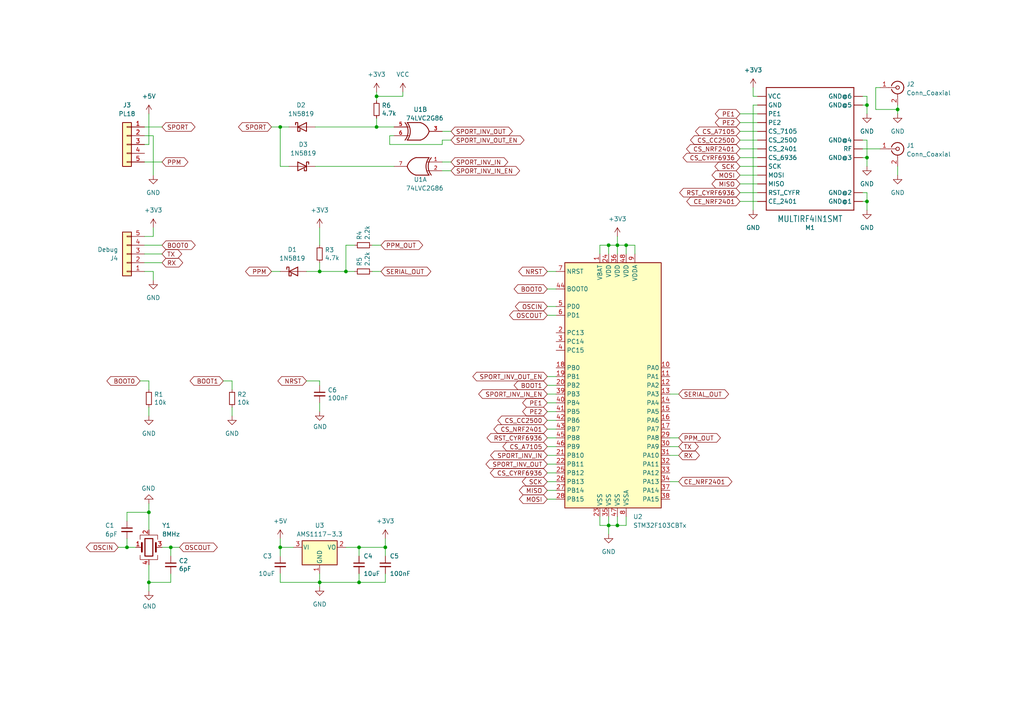
<source format=kicad_sch>
(kicad_sch (version 20211123) (generator eeschema)
  (paper "A4")
  (lib_symbols
    (symbol "74xGxx:74LVC2G86" (pin_names (offset 1.016))
      (property "Reference" "U" (at -2.54 3.81 0))
      (property "Value" "74LVC2G86" (at 0 -3.81 0))
      (symbol "74LVC2G86_0_1"
        (arc (start -4.445 -2.54) (mid -3.554 0) (end -4.445 2.54) (stroke (width 0.254)))
        (arc (start -3.81 -2.54) (mid -2.919 0) (end -3.81 2.54) (stroke (width 0.254)))
        (arc (start 0 -2.54) (mid 1.5993 -1.6027) (end 2.54 0) (stroke (width 0.254)))
        (polyline (pts (xy -3.81 -1.27) (xy -3.175 -1.27)))
        (polyline (pts (xy -3.81 1.27) (xy -3.175 1.27)))
        (polyline (pts (xy 0 -2.54) (xy -3.81 -2.54)) (stroke (width 0.254)) (fill (type background)))
        (polyline (pts (xy 0 2.54) (xy -3.81 2.54)) (stroke (width 0.254)) (fill (type background)))
        (arc (start 2.54 0) (mid 1.6119 1.6152) (end 0 2.54) (stroke (width 0.254)))
        (pin power_in line (at 0 -2.54 270) (length 0) hide (name "GND") (number "4"))
        (pin power_in line (at 0 2.54 90) (length 0) hide (name "VCC") (number "8"))
      )
      (symbol "74LVC2G86_1_1"
        (pin input line (at -7.62 1.27 0) (length 3.81) (name "~") (number "1"))
        (pin input line (at -7.62 -1.27 0) (length 3.81) (name "~") (number "2"))
        (pin output line (at 6.35 0 180) (length 3.81) (name "~") (number "7"))
      )
      (symbol "74LVC2G86_2_1"
        (pin output line (at 6.35 0 180) (length 3.81) (name "~") (number "3"))
        (pin input line (at -7.62 1.27 0) (length 3.81) (name "~") (number "5"))
        (pin input line (at -7.62 -1.27 0) (length 3.81) (name "~") (number "6"))
      )
    )
    (symbol "Connector:Conn_Coaxial" (pin_names (offset 1.016) hide)
      (property "Reference" "J" (at 0.254 3.048 0))
      (property "Value" "Conn_Coaxial" (at 2.921 0 90))
      (symbol "Conn_Coaxial_0_1"
        (arc (start -1.778 -0.508) (mid 0.2311 -1.8066) (end 1.778 0) (stroke (width 0.254)))
        (polyline (pts (xy -2.54 0) (xy -0.508 0)))
        (polyline (pts (xy 0 -2.54) (xy 0 -1.778)))
        (circle (center 0 0) (radius 0.508) (stroke (width 0.2032)))
        (arc (start 1.778 0) (mid 0.2099 1.8101) (end -1.778 0.508) (stroke (width 0.254)))
      )
      (symbol "Conn_Coaxial_1_1"
        (pin passive line (at -5.08 0 0) (length 2.54) (name "In") (number "1"))
        (pin passive line (at 0 -5.08 90) (length 2.54) (name "Ext") (number "2"))
      )
    )
    (symbol "Connector_Generic:Conn_01x05" (pin_names (offset 1.016) hide)
      (property "Reference" "J" (at 0 7.62 0))
      (property "Value" "Conn_01x05" (at 0 -7.62 0))
      (symbol "Conn_01x05_1_1"
        (rectangle (start -1.27 -4.953) (end 0 -5.207) (stroke (width 0.1524)))
        (rectangle (start -1.27 -2.413) (end 0 -2.667) (stroke (width 0.1524)))
        (rectangle (start -1.27 0.127) (end 0 -0.127) (stroke (width 0.1524)))
        (rectangle (start -1.27 2.667) (end 0 2.413) (stroke (width 0.1524)))
        (rectangle (start -1.27 5.207) (end 0 4.953) (stroke (width 0.1524)))
        (rectangle (start -1.27 6.35) (end 1.27 -6.35) (stroke (width 0.254)) (fill (type background)))
        (pin passive line (at -5.08 5.08 0) (length 3.81) (name "Pin_1") (number "1"))
        (pin passive line (at -5.08 2.54 0) (length 3.81) (name "Pin_2") (number "2"))
        (pin passive line (at -5.08 0 0) (length 3.81) (name "Pin_3") (number "3"))
        (pin passive line (at -5.08 -2.54 0) (length 3.81) (name "Pin_4") (number "4"))
        (pin passive line (at -5.08 -5.08 0) (length 3.81) (name "Pin_5") (number "5"))
      )
    )
    (symbol "Device:C_Small" (pin_numbers hide) (pin_names (offset 0.254) hide)
      (property "Reference" "C" (at 0.254 1.778 0))
      (property "Value" "C_Small" (at 0.254 -2.032 0))
      (symbol "C_Small_0_1"
        (polyline (pts (xy -1.524 -0.508) (xy 1.524 -0.508)) (stroke (width 0.3302)))
        (polyline (pts (xy -1.524 0.508) (xy 1.524 0.508)) (stroke (width 0.3048)))
      )
      (symbol "C_Small_1_1"
        (pin passive line (at 0 2.54 270) (length 2.032) (name "~") (number "1"))
        (pin passive line (at 0 -2.54 90) (length 2.032) (name "~") (number "2"))
      )
    )
    (symbol "Device:Crystal_GND24" (pin_names (offset 1.016) hide)
      (property "Reference" "Y" (at 3.175 5.08 0))
      (property "Value" "Crystal_GND24" (at 3.175 3.175 0))
      (symbol "Crystal_GND24_0_1"
        (rectangle (start -1.143 2.54) (end 1.143 -2.54) (stroke (width 0.3048)))
        (polyline (pts (xy -2.54 0) (xy -2.032 0)))
        (polyline (pts (xy -2.032 -1.27) (xy -2.032 1.27)) (stroke (width 0.508)))
        (polyline (pts (xy 0 -3.81) (xy 0 -3.556)))
        (polyline (pts (xy 0 3.556) (xy 0 3.81)))
        (polyline (pts (xy 2.032 -1.27) (xy 2.032 1.27)) (stroke (width 0.508)))
        (polyline (pts (xy 2.032 0) (xy 2.54 0)))
        (polyline (pts (xy -2.54 -2.286) (xy -2.54 -3.556) (xy 2.54 -3.556) (xy 2.54 -2.286)))
        (polyline (pts (xy -2.54 2.286) (xy -2.54 3.556) (xy 2.54 3.556) (xy 2.54 2.286)))
      )
      (symbol "Crystal_GND24_1_1"
        (pin passive line (at -3.81 0 0) (length 1.27) (name "1") (number "1"))
        (pin passive line (at 0 5.08 270) (length 1.27) (name "2") (number "2"))
        (pin passive line (at 3.81 0 180) (length 1.27) (name "3") (number "3"))
        (pin passive line (at 0 -5.08 90) (length 1.27) (name "4") (number "4"))
      )
    )
    (symbol "Device:R_Small" (pin_numbers hide) (pin_names (offset 0.254) hide)
      (property "Reference" "R" (at 0.762 0.508 0))
      (property "Value" "R_Small" (at 0.762 -1.016 0))
      (symbol "R_Small_0_1"
        (rectangle (start -0.762 1.778) (end 0.762 -1.778) (stroke (width 0.2032)))
      )
      (symbol "R_Small_1_1"
        (pin passive line (at 0 2.54 270) (length 0.762) (name "~") (number "1"))
        (pin passive line (at 0 -2.54 90) (length 0.762) (name "~") (number "2"))
      )
    )
    (symbol "Diode:1N5819" (pin_numbers hide) (pin_names (offset 1.016) hide)
      (property "Reference" "D" (at 0 2.54 0))
      (property "Value" "1N5819" (at 0 -2.54 0))
      (symbol "1N5819_0_1"
        (polyline (pts (xy 1.27 0) (xy -1.27 0)))
        (polyline (pts (xy 1.27 1.27) (xy 1.27 -1.27) (xy -1.27 0) (xy 1.27 1.27)) (stroke (width 0.254)))
        (polyline (pts (xy -1.905 0.635) (xy -1.905 1.27) (xy -1.27 1.27) (xy -1.27 -1.27) (xy -0.635 -1.27) (xy -0.635 -0.635)) (stroke (width 0.254)))
      )
      (symbol "1N5819_1_1"
        (pin passive line (at -3.81 0 0) (length 2.54) (name "K") (number "1"))
        (pin passive line (at 3.81 0 180) (length 2.54) (name "A") (number "2"))
      )
    )
    (symbol "MCU_ST_STM32F1:STM32F103CBTx"
      (property "Reference" "U" (at -15.24 36.83 0))
      (property "Value" "STM32F103CBTx" (at 7.62 36.83 0))
      (symbol "STM32F103CBTx_0_1"
        (rectangle (start -15.24 -35.56) (end 12.7 35.56) (stroke (width 0.254)) (fill (type background)))
      )
      (symbol "STM32F103CBTx_1_1"
        (pin power_in line (at -5.08 38.1 270) (length 2.54) (name "VBAT") (number "1"))
        (pin bidirectional line (at 15.24 5.08 180) (length 2.54) (name "PA0") (number "10"))
        (pin bidirectional line (at 15.24 2.54 180) (length 2.54) (name "PA1") (number "11"))
        (pin bidirectional line (at 15.24 0 180) (length 2.54) (name "PA2") (number "12"))
        (pin bidirectional line (at 15.24 -2.54 180) (length 2.54) (name "PA3") (number "13"))
        (pin bidirectional line (at 15.24 -5.08 180) (length 2.54) (name "PA4") (number "14"))
        (pin bidirectional line (at 15.24 -7.62 180) (length 2.54) (name "PA5") (number "15"))
        (pin bidirectional line (at 15.24 -10.16 180) (length 2.54) (name "PA6") (number "16"))
        (pin bidirectional line (at 15.24 -12.7 180) (length 2.54) (name "PA7") (number "17"))
        (pin bidirectional line (at -17.78 5.08 0) (length 2.54) (name "PB0") (number "18"))
        (pin bidirectional line (at -17.78 2.54 0) (length 2.54) (name "PB1") (number "19"))
        (pin bidirectional line (at -17.78 15.24 0) (length 2.54) (name "PC13") (number "2"))
        (pin bidirectional line (at -17.78 0 0) (length 2.54) (name "PB2") (number "20"))
        (pin bidirectional line (at -17.78 -20.32 0) (length 2.54) (name "PB10") (number "21"))
        (pin bidirectional line (at -17.78 -22.86 0) (length 2.54) (name "PB11") (number "22"))
        (pin power_in line (at -5.08 -38.1 90) (length 2.54) (name "VSS") (number "23"))
        (pin power_in line (at -2.54 38.1 270) (length 2.54) (name "VDD") (number "24"))
        (pin bidirectional line (at -17.78 -25.4 0) (length 2.54) (name "PB12") (number "25"))
        (pin bidirectional line (at -17.78 -27.94 0) (length 2.54) (name "PB13") (number "26"))
        (pin bidirectional line (at -17.78 -30.48 0) (length 2.54) (name "PB14") (number "27"))
        (pin bidirectional line (at -17.78 -33.02 0) (length 2.54) (name "PB15") (number "28"))
        (pin bidirectional line (at 15.24 -15.24 180) (length 2.54) (name "PA8") (number "29"))
        (pin bidirectional line (at -17.78 12.7 0) (length 2.54) (name "PC14") (number "3"))
        (pin bidirectional line (at 15.24 -17.78 180) (length 2.54) (name "PA9") (number "30"))
        (pin bidirectional line (at 15.24 -20.32 180) (length 2.54) (name "PA10") (number "31"))
        (pin bidirectional line (at 15.24 -22.86 180) (length 2.54) (name "PA11") (number "32"))
        (pin bidirectional line (at 15.24 -25.4 180) (length 2.54) (name "PA12") (number "33"))
        (pin bidirectional line (at 15.24 -27.94 180) (length 2.54) (name "PA13") (number "34"))
        (pin power_in line (at -2.54 -38.1 90) (length 2.54) (name "VSS") (number "35"))
        (pin power_in line (at 0 38.1 270) (length 2.54) (name "VDD") (number "36"))
        (pin bidirectional line (at 15.24 -30.48 180) (length 2.54) (name "PA14") (number "37"))
        (pin bidirectional line (at 15.24 -33.02 180) (length 2.54) (name "PA15") (number "38"))
        (pin bidirectional line (at -17.78 -2.54 0) (length 2.54) (name "PB3") (number "39"))
        (pin bidirectional line (at -17.78 10.16 0) (length 2.54) (name "PC15") (number "4"))
        (pin bidirectional line (at -17.78 -5.08 0) (length 2.54) (name "PB4") (number "40"))
        (pin bidirectional line (at -17.78 -7.62 0) (length 2.54) (name "PB5") (number "41"))
        (pin bidirectional line (at -17.78 -10.16 0) (length 2.54) (name "PB6") (number "42"))
        (pin bidirectional line (at -17.78 -12.7 0) (length 2.54) (name "PB7") (number "43"))
        (pin input line (at -17.78 27.94 0) (length 2.54) (name "BOOT0") (number "44"))
        (pin bidirectional line (at -17.78 -15.24 0) (length 2.54) (name "PB8") (number "45"))
        (pin bidirectional line (at -17.78 -17.78 0) (length 2.54) (name "PB9") (number "46"))
        (pin power_in line (at 0 -38.1 90) (length 2.54) (name "VSS") (number "47"))
        (pin power_in line (at 2.54 38.1 270) (length 2.54) (name "VDD") (number "48"))
        (pin input line (at -17.78 22.86 0) (length 2.54) (name "PD0") (number "5"))
        (pin input line (at -17.78 20.32 0) (length 2.54) (name "PD1") (number "6"))
        (pin input line (at -17.78 33.02 0) (length 2.54) (name "NRST") (number "7"))
        (pin power_in line (at 2.54 -38.1 90) (length 2.54) (name "VSSA") (number "8"))
        (pin power_in line (at 5.08 38.1 270) (length 2.54) (name "VDDA") (number "9"))
      )
    )
    (symbol "Multi:MULTIRF4IN1SMT"
      (property "Reference" "M" (at -12.7 21.59 0))
      (property "Value" "MULTIRF4IN1SMT" (at -12.7 -16.51 0))
      (symbol "MULTIRF4IN1SMT_1_0"
        (polyline (pts (xy -12.7 -15.24) (xy 12.7 -15.24)) (stroke (width 0.254)))
        (polyline (pts (xy -12.7 20.32) (xy -12.7 -15.24)) (stroke (width 0.254)))
        (polyline (pts (xy 12.7 -15.24) (xy 12.7 20.32)) (stroke (width 0.254)))
        (polyline (pts (xy 12.7 20.32) (xy -12.7 20.32)) (stroke (width 0.254)))
        (pin bidirectional line (at 15.24 17.78 180) (length 2.54) (name "CE_2401") (number "CE_2401"))
        (pin bidirectional line (at 15.24 2.54 180) (length 2.54) (name "CS_2401") (number "CS_2401"))
        (pin bidirectional line (at 15.24 0 180) (length 2.54) (name "CS_2500") (number "CS_2500"))
        (pin bidirectional line (at 15.24 5.08 180) (length 2.54) (name "CS_6936") (number "CS_6936"))
        (pin bidirectional line (at 15.24 -2.54 180) (length 2.54) (name "CS_7105") (number "CS_7105"))
        (pin power_in line (at 15.24 -10.16 180) (length 2.54) (name "GND") (number "GND"))
        (pin power_in line (at -15.24 17.78 0) (length 2.54) (name "GND@1") (number "GND@1"))
        (pin power_in line (at -15.24 15.24 0) (length 2.54) (name "GND@2") (number "GND@2"))
        (pin power_in line (at -15.24 5.08 0) (length 2.54) (name "GND@3") (number "GND@3"))
        (pin power_in line (at -15.24 0 0) (length 2.54) (name "GND@4") (number "GND@4"))
        (pin power_in line (at -15.24 -10.16 0) (length 2.54) (name "GND@5") (number "GND@5"))
        (pin power_in line (at -15.24 -12.7 0) (length 2.54) (name "GND@6") (number "GND@6"))
        (pin bidirectional line (at 15.24 12.7 180) (length 2.54) (name "MISO") (number "MISO"))
        (pin bidirectional line (at 15.24 10.16 180) (length 2.54) (name "MOSI") (number "MOSI"))
        (pin bidirectional line (at 15.24 -7.62 180) (length 2.54) (name "PE1") (number "PE1"))
        (pin bidirectional line (at 15.24 -5.08 180) (length 2.54) (name "PE2") (number "PE2"))
        (pin output line (at -15.24 2.54 0) (length 2.54) (name "RF") (number "RF"))
        (pin bidirectional line (at 15.24 15.24 180) (length 2.54) (name "RST_CYFR") (number "RST_CYFR"))
        (pin bidirectional line (at 15.24 7.62 180) (length 2.54) (name "SCK") (number "SCK"))
        (pin power_in line (at 15.24 -12.7 180) (length 2.54) (name "VCC") (number "VCC"))
      )
    )
    (symbol "Regulator_Linear:AMS1117-3.3" (pin_names (offset 0.254))
      (property "Reference" "U" (at -3.81 3.175 0))
      (property "Value" "AMS1117-3.3" (at 0 3.175 0))
      (symbol "AMS1117-3.3_0_1"
        (rectangle (start -5.08 -5.08) (end 5.08 1.905) (stroke (width 0.254)) (fill (type background)))
      )
      (symbol "AMS1117-3.3_1_1"
        (pin power_in line (at 0 -7.62 90) (length 2.54) (name "GND") (number "1"))
        (pin power_out line (at 7.62 0 180) (length 2.54) (name "VO") (number "2"))
        (pin power_in line (at -7.62 0 0) (length 2.54) (name "VI") (number "3"))
      )
    )
    (symbol "power:+3V3" (power) (pin_names (offset 0))
      (property "Value" "+3V3" (at 0 3.556 0))
      (symbol "+3V3_0_1"
        (polyline (pts (xy -0.762 1.27) (xy 0 2.54)))
        (polyline (pts (xy 0 0) (xy 0 2.54)))
        (polyline (pts (xy 0 2.54) (xy 0.762 1.27)))
      )
      (symbol "+3V3_1_1"
        (pin power_in line (at 0 0 90) (length 0) hide (name "+3V3") (number "1"))
      )
    )
    (symbol "power:+5V" (power) (pin_names (offset 0))
      (property "Value" "+5V" (at 0 3.556 0))
      (symbol "+5V_0_1"
        (polyline (pts (xy -0.762 1.27) (xy 0 2.54)))
        (polyline (pts (xy 0 0) (xy 0 2.54)))
        (polyline (pts (xy 0 2.54) (xy 0.762 1.27)))
      )
      (symbol "+5V_1_1"
        (pin power_in line (at 0 0 90) (length 0) hide (name "+5V") (number "1"))
      )
    )
    (symbol "power:GND" (power) (pin_names (offset 0))
      (property "Value" "GND" (at 0 -3.81 0))
      (symbol "GND_0_1"
        (polyline (pts (xy 0 0) (xy 0 -1.27) (xy 1.27 -1.27) (xy 0 -2.54) (xy -1.27 -1.27) (xy 0 -1.27)))
      )
      (symbol "GND_1_1"
        (pin power_in line (at 0 0 270) (length 0) hide (name "GND") (number "1"))
      )
    )
    (symbol "power:VCC" (power) (pin_names (offset 0))
      (property "Value" "VCC" (at 0 3.81 0))
      (symbol "VCC_0_1"
        (polyline (pts (xy -0.762 1.27) (xy 0 2.54)))
        (polyline (pts (xy 0 0) (xy 0 2.54)))
        (polyline (pts (xy 0 2.54) (xy 0.762 1.27)))
      )
      (symbol "VCC_1_1"
        (pin power_in line (at 0 0 90) (length 0) hide (name "VCC") (number "1"))
      )
    )
  )
  (junction (at 176.53 71.12))
  (junction (at 181.61 71.12))
  (junction (at 36.83 158.75))
  (junction (at 81.28 36.83))
  (junction (at 92.71 168.91))
  (junction (at 179.07 152.4))
  (junction (at 100.33 78.74))
  (junction (at 251.46 58.42))
  (junction (at 260.35 31.75))
  (junction (at 43.18 148.59))
  (junction (at 176.53 152.4))
  (junction (at 49.53 158.75))
  (junction (at 92.71 78.74))
  (junction (at 104.14 168.91))
  (junction (at 111.76 158.75))
  (junction (at 104.14 158.75))
  (junction (at 251.46 30.48))
  (junction (at 179.07 71.12))
  (junction (at 81.28 158.75))
  (junction (at 109.22 27.94))
  (junction (at 43.18 168.91))
  (junction (at 251.46 45.72))
  (junction (at 109.22 36.83))
  (wire (pts (xy 41.91 36.83) (xy 46.99 36.83)))
  (wire (pts (xy 113.03 39.37) (xy 113.03 41.91)))
  (wire (pts (xy 250.19 27.94) (xy 251.46 27.94)))
  (wire (pts (xy 78.74 36.83) (xy 81.28 36.83)))
  (wire (pts (xy 104.14 158.75) (xy 111.76 158.75)))
  (wire (pts (xy 40.64 110.49) (xy 43.18 110.49)))
  (wire (pts (xy 44.45 66.04) (xy 44.45 68.58)))
  (wire (pts (xy 116.84 26.67) (xy 116.84 27.94)))
  (wire (pts (xy 128.27 38.1) (xy 130.81 38.1)))
  (wire (pts (xy 36.83 151.13) (xy 36.83 148.59)))
  (wire (pts (xy 181.61 71.12) (xy 181.61 73.66)))
  (wire (pts (xy 92.71 168.91) (xy 104.14 168.91)))
  (wire (pts (xy 85.09 158.75) (xy 81.28 158.75)))
  (wire (pts (xy 81.28 168.91) (xy 92.71 168.91)))
  (wire (pts (xy 158.75 132.08) (xy 161.29 132.08)))
  (wire (pts (xy 43.18 146.05) (xy 43.18 148.59)))
  (wire (pts (xy 81.28 166.37) (xy 81.28 168.91)))
  (wire (pts (xy 92.71 166.37) (xy 92.71 168.91)))
  (wire (pts (xy 49.53 168.91) (xy 43.18 168.91)))
  (wire (pts (xy 36.83 156.21) (xy 36.83 158.75)))
  (wire (pts (xy 181.61 152.4) (xy 179.07 152.4)))
  (wire (pts (xy 158.75 144.78) (xy 161.29 144.78)))
  (wire (pts (xy 158.75 137.16) (xy 161.29 137.16)))
  (wire (pts (xy 81.28 36.83) (xy 81.28 48.26)))
  (wire (pts (xy 36.83 158.75) (xy 39.37 158.75)))
  (wire (pts (xy 251.46 55.88) (xy 251.46 58.42)))
  (wire (pts (xy 49.53 161.29) (xy 49.53 158.75)))
  (wire (pts (xy 219.71 27.94) (xy 218.44 27.94)))
  (wire (pts (xy 218.44 30.48) (xy 219.71 30.48)))
  (wire (pts (xy 107.95 78.74) (xy 110.49 78.74)))
  (wire (pts (xy 41.91 39.37) (xy 44.45 39.37)))
  (wire (pts (xy 128.27 41.91) (xy 128.27 40.64)))
  (wire (pts (xy 158.75 121.92) (xy 161.29 121.92)))
  (wire (pts (xy 92.71 168.91) (xy 92.71 170.18)))
  (wire (pts (xy 104.14 166.37) (xy 104.14 168.91)))
  (wire (pts (xy 250.19 40.64) (xy 251.46 40.64)))
  (wire (pts (xy 158.75 127) (xy 161.29 127)))
  (wire (pts (xy 43.18 148.59) (xy 43.18 153.67)))
  (wire (pts (xy 34.29 158.75) (xy 36.83 158.75)))
  (wire (pts (xy 218.44 27.94) (xy 218.44 25.4)))
  (wire (pts (xy 64.77 110.49) (xy 67.31 110.49)))
  (wire (pts (xy 78.74 78.74) (xy 81.28 78.74)))
  (wire (pts (xy 104.14 168.91) (xy 111.76 168.91)))
  (wire (pts (xy 176.53 149.86) (xy 176.53 152.4)))
  (wire (pts (xy 260.35 48.26) (xy 260.35 50.8)))
  (wire (pts (xy 214.63 43.18) (xy 219.71 43.18)))
  (wire (pts (xy 41.91 71.12) (xy 46.99 71.12)))
  (wire (pts (xy 179.07 71.12) (xy 181.61 71.12)))
  (wire (pts (xy 158.75 129.54) (xy 161.29 129.54)))
  (wire (pts (xy 49.53 166.37) (xy 49.53 168.91)))
  (wire (pts (xy 251.46 40.64) (xy 251.46 45.72)))
  (wire (pts (xy 109.22 36.83) (xy 109.22 34.29)))
  (wire (pts (xy 254 25.4) (xy 254 31.75)))
  (wire (pts (xy 194.31 129.54) (xy 196.85 129.54)))
  (wire (pts (xy 43.18 118.11) (xy 43.18 120.65)))
  (wire (pts (xy 111.76 156.21) (xy 111.76 158.75)))
  (wire (pts (xy 173.99 73.66) (xy 173.99 71.12)))
  (wire (pts (xy 250.19 55.88) (xy 251.46 55.88)))
  (wire (pts (xy 214.63 50.8) (xy 219.71 50.8)))
  (wire (pts (xy 67.31 118.11) (xy 67.31 120.65)))
  (wire (pts (xy 251.46 27.94) (xy 251.46 30.48)))
  (wire (pts (xy 214.63 38.1) (xy 219.71 38.1)))
  (wire (pts (xy 194.31 114.3) (xy 196.85 114.3)))
  (wire (pts (xy 181.61 71.12) (xy 184.15 71.12)))
  (wire (pts (xy 43.18 41.91) (xy 43.18 33.02)))
  (wire (pts (xy 158.75 88.9) (xy 161.29 88.9)))
  (wire (pts (xy 128.27 46.99) (xy 130.81 46.99)))
  (wire (pts (xy 81.28 156.21) (xy 81.28 158.75)))
  (wire (pts (xy 181.61 149.86) (xy 181.61 152.4)))
  (wire (pts (xy 158.75 78.74) (xy 161.29 78.74)))
  (wire (pts (xy 214.63 40.64) (xy 219.71 40.64)))
  (wire (pts (xy 250.19 30.48) (xy 251.46 30.48)))
  (wire (pts (xy 113.03 41.91) (xy 128.27 41.91)))
  (wire (pts (xy 260.35 31.75) (xy 260.35 30.48)))
  (wire (pts (xy 179.07 152.4) (xy 176.53 152.4)))
  (wire (pts (xy 41.91 73.66) (xy 46.99 73.66)))
  (wire (pts (xy 218.44 60.96) (xy 218.44 30.48)))
  (wire (pts (xy 179.07 68.58) (xy 179.07 71.12)))
  (wire (pts (xy 67.31 110.49) (xy 67.31 113.03)))
  (wire (pts (xy 214.63 33.02) (xy 219.71 33.02)))
  (wire (pts (xy 92.71 66.04) (xy 92.71 71.12)))
  (wire (pts (xy 179.07 71.12) (xy 179.07 73.66)))
  (wire (pts (xy 91.44 48.26) (xy 114.3 48.26)))
  (wire (pts (xy 114.3 39.37) (xy 113.03 39.37)))
  (wire (pts (xy 116.84 27.94) (xy 109.22 27.94)))
  (wire (pts (xy 92.71 116.84) (xy 92.71 119.38)))
  (wire (pts (xy 250.19 43.18) (xy 255.27 43.18)))
  (wire (pts (xy 214.63 55.88) (xy 219.71 55.88)))
  (wire (pts (xy 88.9 78.74) (xy 92.71 78.74)))
  (wire (pts (xy 36.83 148.59) (xy 43.18 148.59)))
  (wire (pts (xy 49.53 158.75) (xy 52.07 158.75)))
  (wire (pts (xy 158.75 109.22) (xy 161.29 109.22)))
  (wire (pts (xy 214.63 53.34) (xy 219.71 53.34)))
  (wire (pts (xy 158.75 83.82) (xy 161.29 83.82)))
  (wire (pts (xy 158.75 91.44) (xy 161.29 91.44)))
  (wire (pts (xy 104.14 158.75) (xy 104.14 161.29)))
  (wire (pts (xy 91.44 36.83) (xy 109.22 36.83)))
  (wire (pts (xy 100.33 71.12) (xy 100.33 78.74)))
  (wire (pts (xy 83.82 36.83) (xy 81.28 36.83)))
  (wire (pts (xy 173.99 152.4) (xy 173.99 149.86)))
  (wire (pts (xy 44.45 78.74) (xy 44.45 81.28)))
  (wire (pts (xy 43.18 168.91) (xy 43.18 171.45)))
  (wire (pts (xy 250.19 45.72) (xy 251.46 45.72)))
  (wire (pts (xy 41.91 78.74) (xy 44.45 78.74)))
  (wire (pts (xy 107.95 71.12) (xy 110.49 71.12)))
  (wire (pts (xy 158.75 139.7) (xy 161.29 139.7)))
  (wire (pts (xy 251.46 45.72) (xy 251.46 48.26)))
  (wire (pts (xy 158.75 111.76) (xy 161.29 111.76)))
  (wire (pts (xy 46.99 158.75) (xy 49.53 158.75)))
  (wire (pts (xy 254 31.75) (xy 260.35 31.75)))
  (wire (pts (xy 158.75 134.62) (xy 161.29 134.62)))
  (wire (pts (xy 88.9 110.49) (xy 92.71 110.49)))
  (wire (pts (xy 44.45 39.37) (xy 44.45 50.8)))
  (wire (pts (xy 109.22 26.67) (xy 109.22 27.94)))
  (wire (pts (xy 214.63 35.56) (xy 219.71 35.56)))
  (wire (pts (xy 92.71 78.74) (xy 92.71 76.2)))
  (wire (pts (xy 83.82 48.26) (xy 81.28 48.26)))
  (wire (pts (xy 92.71 110.49) (xy 92.71 111.76)))
  (wire (pts (xy 43.18 110.49) (xy 43.18 113.03)))
  (wire (pts (xy 109.22 36.83) (xy 114.3 36.83)))
  (wire (pts (xy 100.33 158.75) (xy 104.14 158.75)))
  (wire (pts (xy 214.63 58.42) (xy 219.71 58.42)))
  (wire (pts (xy 251.46 58.42) (xy 251.46 60.96)))
  (wire (pts (xy 81.28 158.75) (xy 81.28 161.29)))
  (wire (pts (xy 158.75 142.24) (xy 161.29 142.24)))
  (wire (pts (xy 158.75 114.3) (xy 161.29 114.3)))
  (wire (pts (xy 102.87 78.74) (xy 100.33 78.74)))
  (wire (pts (xy 176.53 152.4) (xy 173.99 152.4)))
  (wire (pts (xy 184.15 71.12) (xy 184.15 73.66)))
  (wire (pts (xy 41.91 41.91) (xy 43.18 41.91)))
  (wire (pts (xy 179.07 149.86) (xy 179.07 152.4)))
  (wire (pts (xy 100.33 71.12) (xy 102.87 71.12)))
  (wire (pts (xy 128.27 49.53) (xy 130.81 49.53)))
  (wire (pts (xy 158.75 124.46) (xy 161.29 124.46)))
  (wire (pts (xy 251.46 30.48) (xy 251.46 33.02)))
  (wire (pts (xy 173.99 71.12) (xy 176.53 71.12)))
  (wire (pts (xy 92.71 78.74) (xy 100.33 78.74)))
  (wire (pts (xy 250.19 58.42) (xy 251.46 58.42)))
  (wire (pts (xy 41.91 46.99) (xy 46.99 46.99)))
  (wire (pts (xy 194.31 139.7) (xy 196.85 139.7)))
  (wire (pts (xy 111.76 158.75) (xy 111.76 161.29)))
  (wire (pts (xy 214.63 45.72) (xy 219.71 45.72)))
  (wire (pts (xy 176.53 152.4) (xy 176.53 154.94)))
  (wire (pts (xy 43.18 168.91) (xy 43.18 163.83)))
  (wire (pts (xy 176.53 71.12) (xy 179.07 71.12)))
  (wire (pts (xy 158.75 116.84) (xy 161.29 116.84)))
  (wire (pts (xy 255.27 25.4) (xy 254 25.4)))
  (wire (pts (xy 111.76 168.91) (xy 111.76 166.37)))
  (wire (pts (xy 41.91 76.2) (xy 46.99 76.2)))
  (wire (pts (xy 214.63 48.26) (xy 219.71 48.26)))
  (wire (pts (xy 176.53 71.12) (xy 176.53 73.66)))
  (wire (pts (xy 158.75 119.38) (xy 161.29 119.38)))
  (wire (pts (xy 194.31 127) (xy 196.85 127)))
  (wire (pts (xy 260.35 31.75) (xy 260.35 33.02)))
  (wire (pts (xy 109.22 27.94) (xy 109.22 29.21)))
  (wire (pts (xy 41.91 68.58) (xy 44.45 68.58)))
  (wire (pts (xy 128.27 40.64) (xy 130.81 40.64)))
  (wire (pts (xy 194.31 132.08) (xy 196.85 132.08)))
  (global_label "CE_NRF2401" (shape bidirectional) (at 214.63 58.42 180) (property "Intersheet References" "${INTERSHEET_REFS}" (effects hide)))
  (global_label "CS_CYRF6936" (shape bidirectional) (at 158.75 137.16 180) (property "Intersheet References" "${INTERSHEET_REFS}" (effects hide)))
  (global_label "SCK" (shape bidirectional) (at 158.75 139.7 180) (property "Intersheet References" "${INTERSHEET_REFS}" (effects hide)))
  (global_label "OSCIN" (shape bidirectional) (at 34.29 158.75 180) (property "Intersheet References" "${INTERSHEET_REFS}" (effects hide)))
  (global_label "SPORT_INV_OUT_EN" (shape bidirectional) (at 130.81 40.64 0) (effects (font (size 1.2446 1.2446))) (property "Intersheet References" "${INTERSHEET_REFS}" (effects hide)))
  (global_label "SPORT_INV_IN" (shape bidirectional) (at 130.81 46.99 0) (property "Intersheet References" "${INTERSHEET_REFS}" (effects hide)))
  (global_label "RX" (shape bidirectional) (at 46.99 76.2 0) (property "Intersheet References" "${INTERSHEET_REFS}" (effects hide)))
  (global_label "SPORT" (shape bidirectional) (at 78.74 36.83 180) (property "Intersheet References" "${INTERSHEET_REFS}" (effects hide)))
  (global_label "OSCIN" (shape bidirectional) (at 158.75 88.9 180) (property "Intersheet References" "${INTERSHEET_REFS}" (effects hide)))
  (global_label "SPORT_INV_OUT_EN" (shape bidirectional) (at 158.75 109.22 180) (property "Intersheet References" "${INTERSHEET_REFS}" (effects hide)))
  (global_label "SPORT_INV_IN_EN" (shape bidirectional) (at 158.75 114.3 180) (property "Intersheet References" "${INTERSHEET_REFS}" (effects hide)))
  (global_label "SERIAL_OUT" (shape bidirectional) (at 196.85 114.3 0) (property "Intersheet References" "${INTERSHEET_REFS}" (effects hide)))
  (global_label "SPORT_INV_OUT" (shape bidirectional) (at 158.75 134.62 180) (effects (font (size 1.2446 1.2446))) (property "Intersheet References" "${INTERSHEET_REFS}" (effects hide)))
  (global_label "CS_CYRF6936" (shape bidirectional) (at 214.63 45.72 180) (property "Intersheet References" "${INTERSHEET_REFS}" (effects hide)))
  (global_label "MOSI" (shape bidirectional) (at 214.63 50.8 180) (property "Intersheet References" "${INTERSHEET_REFS}" (effects hide)))
  (global_label "BOOT1" (shape bidirectional) (at 158.75 111.76 180) (property "Intersheet References" "${INTERSHEET_REFS}" (effects hide)))
  (global_label "RX" (shape bidirectional) (at 196.85 132.08 0) (property "Intersheet References" "${INTERSHEET_REFS}" (effects hide)))
  (global_label "MISO" (shape bidirectional) (at 158.75 142.24 180) (property "Intersheet References" "${INTERSHEET_REFS}" (effects hide)))
  (global_label "OSCOUT" (shape bidirectional) (at 52.07 158.75 0) (property "Intersheet References" "${INTERSHEET_REFS}" (effects hide)))
  (global_label "PPM_OUT" (shape bidirectional) (at 110.49 71.12 0) (property "Intersheet References" "${INTERSHEET_REFS}" (effects hide)))
  (global_label "PE2" (shape bidirectional) (at 214.63 35.56 180) (property "Intersheet References" "${INTERSHEET_REFS}" (effects hide)))
  (global_label "SPORT_INV_OUT" (shape bidirectional) (at 130.81 38.1 0) (effects (font (size 1.2446 1.2446))) (property "Intersheet References" "${INTERSHEET_REFS}" (effects hide)))
  (global_label "BOOT0" (shape bidirectional) (at 40.64 110.49 180) (property "Intersheet References" "${INTERSHEET_REFS}" (effects hide)))
  (global_label "MISO" (shape bidirectional) (at 214.63 53.34 180) (property "Intersheet References" "${INTERSHEET_REFS}" (effects hide)))
  (global_label "NRST" (shape bidirectional) (at 158.75 78.74 180) (property "Intersheet References" "${INTERSHEET_REFS}" (effects hide)))
  (global_label "CE_NRF2401" (shape bidirectional) (at 196.85 139.7 0) (property "Intersheet References" "${INTERSHEET_REFS}" (effects hide)))
  (global_label "SPORT" (shape bidirectional) (at 46.99 36.83 0) (property "Intersheet References" "${INTERSHEET_REFS}" (effects hide)))
  (global_label "BOOT0" (shape bidirectional) (at 46.99 71.12 0) (property "Intersheet References" "${INTERSHEET_REFS}" (effects hide)))
  (global_label "OSCOUT" (shape bidirectional) (at 158.75 91.44 180) (property "Intersheet References" "${INTERSHEET_REFS}" (effects hide)))
  (global_label "CS_NRF2401" (shape bidirectional) (at 214.63 43.18 180) (property "Intersheet References" "${INTERSHEET_REFS}" (effects hide)))
  (global_label "SPORT_INV_IN_EN" (shape bidirectional) (at 130.81 49.53 0) (property "Intersheet References" "${INTERSHEET_REFS}" (effects hide)))
  (global_label "BOOT0" (shape bidirectional) (at 158.75 83.82 180) (property "Intersheet References" "${INTERSHEET_REFS}" (effects hide)))
  (global_label "CS_CC2500" (shape bidirectional) (at 158.75 121.92 180) (property "Intersheet References" "${INTERSHEET_REFS}" (effects hide)))
  (global_label "PPM_OUT" (shape bidirectional) (at 196.85 127 0) (property "Intersheet References" "${INTERSHEET_REFS}" (effects hide)))
  (global_label "TX" (shape bidirectional) (at 46.99 73.66 0) (property "Intersheet References" "${INTERSHEET_REFS}" (effects hide)))
  (global_label "SPORT_INV_IN" (shape bidirectional) (at 158.75 132.08 180) (property "Intersheet References" "${INTERSHEET_REFS}" (effects hide)))
  (global_label "PPM" (shape bidirectional) (at 78.74 78.74 180) (property "Intersheet References" "${INTERSHEET_REFS}" (effects hide)))
  (global_label "PE1" (shape bidirectional) (at 214.63 33.02 180) (property "Intersheet References" "${INTERSHEET_REFS}" (effects hide)))
  (global_label "SCK" (shape bidirectional) (at 214.63 48.26 180) (property "Intersheet References" "${INTERSHEET_REFS}" (effects hide)))
  (global_label "CS_A7105" (shape bidirectional) (at 214.63 38.1 180) (property "Intersheet References" "${INTERSHEET_REFS}" (effects hide)))
  (global_label "NRST" (shape bidirectional) (at 88.9 110.49 180) (property "Intersheet References" "${INTERSHEET_REFS}" (effects hide)))
  (global_label "RST_CYRF6936" (shape bidirectional) (at 158.75 127 180) (property "Intersheet References" "${INTERSHEET_REFS}" (effects hide)))
  (global_label "MOSI" (shape bidirectional) (at 158.75 144.78 180) (property "Intersheet References" "${INTERSHEET_REFS}" (effects hide)))
  (global_label "PE1" (shape bidirectional) (at 158.75 116.84 180) (property "Intersheet References" "${INTERSHEET_REFS}" (effects hide)))
  (global_label "CS_A7105" (shape bidirectional) (at 158.75 129.54 180) (property "Intersheet References" "${INTERSHEET_REFS}" (effects hide)))
  (global_label "BOOT1" (shape bidirectional) (at 64.77 110.49 180) (property "Intersheet References" "${INTERSHEET_REFS}" (effects hide)))
  (global_label "CS_CC2500" (shape bidirectional) (at 214.63 40.64 180) (property "Intersheet References" "${INTERSHEET_REFS}" (effects hide)))
  (global_label "RST_CYRF6936" (shape bidirectional) (at 214.63 55.88 180) (property "Intersheet References" "${INTERSHEET_REFS}" (effects hide)))
  (global_label "PPM" (shape bidirectional) (at 46.99 46.99 0) (property "Intersheet References" "${INTERSHEET_REFS}" (effects hide)))
  (global_label "PE2" (shape bidirectional) (at 158.75 119.38 180) (property "Intersheet References" "${INTERSHEET_REFS}" (effects hide)))
  (global_label "SERIAL_OUT" (shape bidirectional) (at 110.49 78.74 0) (property "Intersheet References" "${INTERSHEET_REFS}" (effects hide)))
  (global_label "CS_NRF2401" (shape bidirectional) (at 158.75 124.46 180) (property "Intersheet References" "${INTERSHEET_REFS}" (effects hide)))
  (global_label "TX" (shape bidirectional) (at 196.85 129.54 0) (property "Intersheet References" "${INTERSHEET_REFS}" (effects hide)))
  (symbol (lib_id "Connector:Conn_Coaxial") (at 260.35 25.4 0) (unit 1)
    (property "Reference" "J2" (at 262.89 24.4231 0) (effects (justify left)))
    (property "Value" "Conn_Coaxial" (at 262.89 26.9631 0) (effects (justify left)))
    (property "Footprint" "Connector_Coaxial:MMCX_Molex_73415-1471_Vertical" (effects hide))
    (property "Datasheet" " ~" (effects hide))
  )
  (symbol (lib_id "power:GND") (at 43.18 171.45 0) (unit 1)
    (property "Reference" "#PWR0103" (effects hide))
    (property "Value" "GND" (at 43.307 175.8442 0))
  )
  (symbol (lib_id "Diode:1N5819") (at 87.63 48.26 0) (mirror y) (unit 1)
    (property "Reference" "D3" (at 87.9475 41.91 0))
    (property "Value" "1N5819" (at 87.9475 44.45 0))
    (property "Footprint" "Diode_SMD:D_SOD-123" (effects hide))
    (property "Datasheet" "http://www.vishay.com/docs/88525/1n5817.pdf" (effects hide))
  )
  (symbol (lib_id "power:+5V") (at 43.18 33.02 0) (unit 1)
    (property "Reference" "#PWR0101" (effects hide))
    (property "Value" "+5V" (at 43.18 27.94 0))
  )
  (symbol (lib_id "Multi:MULTIRF4IN1SMT") (at 234.95 40.64 180) (unit 1)
    (property "Reference" "M1" (at 234.95 66.04 0))
    (property "Value" "MULTIRF4IN1SMT" (at 234.95 63.5 0) (effects (font (size 1.778 1.5113))))
    (property "Footprint" "Multi:MULTIRF4IN1-SMT" (effects hide))
  )
  (symbol (lib_id "MCU_ST_STM32F1:STM32F103CBTx") (at 179.07 111.76 0) (unit 1)
    (property "Reference" "U2" (at 183.6294 149.86 0) (effects (justify left)))
    (property "Value" "STM32F103CBTx" (at 183.6294 152.4 0) (effects (justify left)))
    (property "Footprint" "Package_QFP:LQFP-48_7x7mm_P0.5mm" (effects hide))
    (property "Datasheet" "http://www.st.com/st-web-ui/static/active/en/resource/technical/document/datasheet/CD00161566.pdf" (effects hide))
  )
  (symbol (lib_id "power:+5V") (at 81.28 156.21 0) (unit 1)
    (property "Reference" "#PWR0107" (effects hide))
    (property "Value" "+5V" (at 81.28 151.13 0))
  )
  (symbol (lib_id "Device:R_Small") (at 105.41 71.12 90) (unit 1)
    (property "Reference" "R4" (at 104.2416 69.6214 0) (effects (justify left)))
    (property "Value" "2.2k" (at 106.553 69.6214 0) (effects (justify left)))
    (property "Footprint" "Resistor_SMD:R_0603_1608Metric_Pad0.98x0.95mm_HandSolder" (effects hide))
  )
  (symbol (lib_id "power:GND") (at 43.18 146.05 180) (unit 1)
    (property "Reference" "#PWR0104" (effects hide))
    (property "Value" "GND" (at 43.053 141.6558 0))
  )
  (symbol (lib_id "Device:R_Small") (at 43.18 115.57 0) (unit 1)
    (property "Reference" "R1" (at 44.6786 114.4016 0) (effects (justify left)))
    (property "Value" "10k" (at 44.6786 116.713 0) (effects (justify left)))
    (property "Footprint" "Resistor_SMD:R_0603_1608Metric_Pad0.98x0.95mm_HandSolder" (effects hide))
  )
  (symbol (lib_id "power:GND") (at 67.31 120.65 0) (unit 1)
    (property "Reference" "#PWR0110" (effects hide))
    (property "Value" "GND" (at 67.31 125.73 0))
  )
  (symbol (lib_id "Diode:1N5819") (at 85.09 78.74 0) (unit 1)
    (property "Reference" "D1" (at 84.7725 72.39 0))
    (property "Value" "1N5819" (at 84.7725 74.93 0))
    (property "Footprint" "Diode_SMD:D_SOD-123" (effects hide))
    (property "Datasheet" "http://www.vishay.com/docs/88525/1n5817.pdf" (effects hide))
  )
  (symbol (lib_id "power:GND") (at 260.35 33.02 0) (unit 1)
    (property "Reference" "#PWR0113" (effects hide))
    (property "Value" "GND" (at 260.35 38.1 0))
  )
  (symbol (lib_id "Connector_Generic:Conn_01x05") (at 36.83 73.66 180) (unit 1)
    (property "Reference" "J4" (at 34.29 74.9301 0) (effects (justify left)))
    (property "Value" "Debug" (at 34.29 72.3901 0) (effects (justify left)))
    (property "Footprint" "Connector_JST:JST_GH_BM05B-GHS-TBT_1x05-1MP_P1.25mm_Vertical" (effects hide))
  )
  (symbol (lib_id "Regulator_Linear:AMS1117-3.3") (at 92.71 158.75 0) (unit 1)
    (property "Reference" "U3" (at 92.71 152.4 0))
    (property "Value" "AMS1117-3.3" (at 92.71 154.94 0))
    (property "Footprint" "Package_TO_SOT_SMD:SOT-223-3_TabPin2" (effects hide))
    (property "Datasheet" "http://www.advanced-monolithic.com/pdf/ds1117.pdf" (effects hide))
  )
  (symbol (lib_id "power:+3V3") (at 111.76 156.21 0) (unit 1)
    (property "Reference" "#PWR0105" (effects hide))
    (property "Value" "+3V3" (at 111.76 151.13 0))
  )
  (symbol (lib_id "Device:R_Small") (at 105.41 78.74 90) (unit 1)
    (property "Reference" "R5" (at 104.2416 77.2414 0) (effects (justify left)))
    (property "Value" "2.2k" (at 106.553 77.2414 0) (effects (justify left)))
    (property "Footprint" "Resistor_SMD:R_0603_1608Metric_Pad0.98x0.95mm_HandSolder" (effects hide))
  )
  (symbol (lib_id "power:VCC") (at 116.84 26.67 0) (unit 1)
    (property "Reference" "#PWR0114" (effects hide))
    (property "Value" "VCC" (at 116.84 21.59 0))
  )
  (symbol (lib_id "power:GND") (at 218.44 60.96 0) (unit 1)
    (property "Reference" "#PWR04" (effects hide))
    (property "Value" "GND" (at 218.44 66.04 0))
  )
  (symbol (lib_id "power:GND") (at 92.71 170.18 0) (unit 1)
    (property "Reference" "#PWR0106" (effects hide))
    (property "Value" "GND" (at 92.71 175.26 0))
  )
  (symbol (lib_id "power:GND") (at 92.71 119.38 0) (unit 1)
    (property "Reference" "#PWR0108" (effects hide))
    (property "Value" "GND" (at 92.837 123.7742 0))
  )
  (symbol (lib_id "power:GND") (at 43.18 120.65 0) (unit 1)
    (property "Reference" "#PWR0109" (effects hide))
    (property "Value" "GND" (at 43.18 125.73 0))
  )
  (symbol (lib_id "power:GND") (at 176.53 154.94 0) (unit 1)
    (property "Reference" "#PWR01" (effects hide))
    (property "Value" "GND" (at 176.53 160.02 0))
  )
  (symbol (lib_id "power:+3V3") (at 44.45 66.04 0) (unit 1)
    (property "Reference" "#PWR0111" (effects hide))
    (property "Value" "+3V3" (at 44.45 60.96 0))
  )
  (symbol (lib_id "Device:C_Small") (at 81.28 163.83 0) (unit 1)
    (property "Reference" "C3" (at 76.2 161.29 0) (effects (justify left)))
    (property "Value" "10uF" (at 74.93 166.37 0) (effects (justify left)))
    (property "Footprint" "Capacitor_SMD:C_0603_1608Metric_Pad1.08x0.95mm_HandSolder" (effects hide))
  )
  (symbol (lib_id "Device:C_Small") (at 92.71 114.3 0) (unit 1)
    (property "Reference" "C6" (at 95.0468 113.1316 0) (effects (justify left)))
    (property "Value" "100nF" (at 95.0468 115.443 0) (effects (justify left)))
    (property "Footprint" "Capacitor_SMD:C_0603_1608Metric_Pad1.08x0.95mm_HandSolder" (effects hide))
  )
  (symbol (lib_id "Diode:1N5819") (at 87.63 36.83 0) (unit 1)
    (property "Reference" "D2" (at 87.3125 30.48 0))
    (property "Value" "1N5819" (at 87.3125 33.02 0))
    (property "Footprint" "Diode_SMD:D_SOD-123" (effects hide))
    (property "Datasheet" "http://www.vishay.com/docs/88525/1n5817.pdf" (effects hide))
  )
  (symbol (lib_id "Connector:Conn_Coaxial") (at 260.35 43.18 0) (unit 1)
    (property "Reference" "J1" (at 262.89 42.2031 0) (effects (justify left)))
    (property "Value" "Conn_Coaxial" (at 262.89 44.7431 0) (effects (justify left)))
    (property "Footprint" "Connector_Coaxial:MMCX_Molex_73415-1471_Vertical" (effects hide))
    (property "Datasheet" " ~" (effects hide))
  )
  (symbol (lib_id "power:GND") (at 260.35 50.8 0) (unit 1)
    (property "Reference" "#PWR08" (effects hide))
    (property "Value" "GND" (at 260.35 55.88 0))
  )
  (symbol (lib_id "power:+3V3") (at 109.22 26.67 0) (unit 1)
    (property "Reference" "#PWR010" (effects hide))
    (property "Value" "+3V3" (at 109.22 21.59 0))
  )
  (symbol (lib_id "Device:R_Small") (at 67.31 115.57 0) (unit 1)
    (property "Reference" "R2" (at 68.8086 114.4016 0) (effects (justify left)))
    (property "Value" "10k" (at 68.8086 116.713 0) (effects (justify left)))
    (property "Footprint" "Resistor_SMD:R_0603_1608Metric_Pad0.98x0.95mm_HandSolder" (effects hide))
  )
  (symbol (lib_id "Device:C_Small") (at 49.53 163.83 0) (unit 1)
    (property "Reference" "C2" (at 51.8668 162.6616 0) (effects (justify left)))
    (property "Value" "6pF" (at 51.8668 164.973 0) (effects (justify left)))
    (property "Footprint" "Capacitor_SMD:C_0603_1608Metric_Pad1.08x0.95mm_HandSolder" (effects hide))
  )
  (symbol (lib_id "power:GND") (at 44.45 50.8 0) (unit 1)
    (property "Reference" "#PWR0102" (effects hide))
    (property "Value" "GND" (at 44.45 55.88 0))
  )
  (symbol (lib_id "power:+3V3") (at 92.71 66.04 0) (unit 1)
    (property "Reference" "#PWR09" (effects hide))
    (property "Value" "+3V3" (at 92.71 60.96 0))
  )
  (symbol (lib_id "Device:C_Small") (at 111.76 163.83 0) (unit 1)
    (property "Reference" "C5" (at 113.03 161.29 0) (effects (justify left)))
    (property "Value" "100nF" (at 113.03 166.37 0) (effects (justify left)))
    (property "Footprint" "Capacitor_SMD:C_0603_1608Metric_Pad1.08x0.95mm_HandSolder" (effects hide))
  )
  (symbol (lib_id "power:GND") (at 251.46 48.26 0) (unit 1)
    (property "Reference" "#PWR06" (effects hide))
    (property "Value" "GND" (at 251.46 53.34 0))
  )
  (symbol (lib_id "Device:C_Small") (at 104.14 163.83 0) (unit 1)
    (property "Reference" "C4" (at 105.41 161.29 0) (effects (justify left)))
    (property "Value" "10uF" (at 105.41 166.37 0) (effects (justify left)))
    (property "Footprint" "Capacitor_SMD:C_0603_1608Metric_Pad1.08x0.95mm_HandSolder" (effects hide))
  )
  (symbol (lib_id "power:GND") (at 251.46 60.96 0) (unit 1)
    (property "Reference" "#PWR07" (effects hide))
    (property "Value" "GND" (at 251.46 66.04 0))
  )
  (symbol (lib_id "74xGxx:74LVC2G86") (at 120.65 48.26 0) (mirror y) (unit 1)
    (property "Reference" "U1" (at 121.92 52.07 0))
    (property "Value" "74LVC2G86" (at 123.19 54.61 0))
    (property "Footprint" "Package_SO:VSSOP-8_3.0x3.0mm_P0.65mm" (effects hide))
    (property "Datasheet" "http://www.ti.com/lit/sg/scyt129e/scyt129e.pdf" (effects hide))
  )
  (symbol (lib_id "Device:Crystal_GND24") (at 43.18 158.75 0) (unit 1)
    (property "Reference" "Y1" (at 46.99 152.4 0) (effects (justify left)))
    (property "Value" "8MHz" (at 46.99 154.94 0) (effects (justify left)))
    (property "Footprint" "Oscillator:Oscillator_SMD_Abracon_ASE-4Pin_3.2x2.5mm" (effects hide))
  )
  (symbol (lib_id "power:GND") (at 251.46 33.02 0) (unit 1)
    (property "Reference" "#PWR05" (effects hide))
    (property "Value" "GND" (at 251.46 38.1 0))
  )
  (symbol (lib_id "power:+3V3") (at 218.44 25.4 0) (unit 1)
    (property "Reference" "#PWR03" (effects hide))
    (property "Value" "+3V3" (at 218.44 20.32 0))
  )
  (symbol (lib_id "power:GND") (at 44.45 81.28 0) (unit 1)
    (property "Reference" "#PWR0112" (effects hide))
    (property "Value" "GND" (at 44.45 86.36 0))
  )
  (symbol (lib_id "Device:C_Small") (at 36.83 153.67 0) (unit 1)
    (property "Reference" "C1" (at 30.48 152.4 0) (effects (justify left)))
    (property "Value" "6pF" (at 30.48 154.94 0) (effects (justify left)))
    (property "Footprint" "Capacitor_SMD:C_0603_1608Metric_Pad1.08x0.95mm_HandSolder" (effects hide))
  )
  (symbol (lib_id "Device:R_Small") (at 92.71 73.66 0) (unit 1)
    (property "Reference" "R3" (at 94.2086 72.4916 0) (effects (justify left)))
    (property "Value" "4.7k" (at 94.2086 74.803 0) (effects (justify left)))
    (property "Footprint" "Resistor_SMD:R_0603_1608Metric_Pad0.98x0.95mm_HandSolder" (effects hide))
  )
  (symbol (lib_id "power:+3V3") (at 179.07 68.58 0) (unit 1)
    (property "Reference" "#PWR02" (effects hide))
    (property "Value" "+3V3" (at 179.07 63.5 0))
  )
  (symbol (lib_id "Device:R_Small") (at 109.22 31.75 0) (unit 1)
    (property "Reference" "R6" (at 110.7186 30.5816 0) (effects (justify left)))
    (property "Value" "4.7k" (at 110.7186 32.893 0) (effects (justify left)))
    (property "Footprint" "Resistor_SMD:R_0603_1608Metric_Pad0.98x0.95mm_HandSolder" (effects hide))
  )
  (symbol (lib_id "Connector_Generic:Conn_01x05") (at 36.83 41.91 0) (mirror y) (unit 1)
    (property "Reference" "J3" (at 36.83 30.48 0))
    (property "Value" "PL18" (at 36.83 33.02 0))
    (property "Footprint" "Multi:DS-B01F-A-S2" (effects hide))
  )
  (symbol (lib_id "74xGxx:74LVC2G86") (at 121.92 38.1 0) (unit 2)
    (property "Reference" "U1" (at 121.92 31.75 0))
    (property "Value" "74LVC2G86" (at 123.19 34.29 0))
    (property "Footprint" "Package_SO:VSSOP-8_3.0x3.0mm_P0.65mm" (effects hide))
    (property "Datasheet" "http://www.ti.com/lit/sg/scyt129e/scyt129e.pdf" (effects hide))
  )
)
</source>
